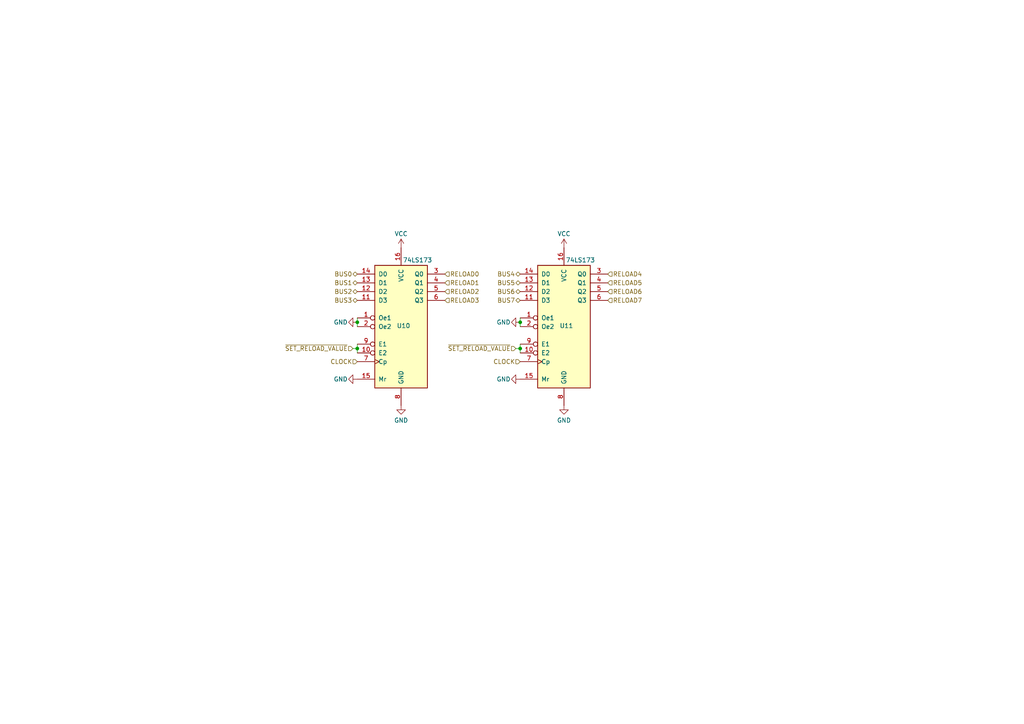
<source format=kicad_sch>
(kicad_sch (version 20211123) (generator eeschema)
  (paper "A4")
  (lib_symbols
    (symbol "74xx:74LS173" (pin_names (offset 1.016))
      (property "Reference" "U" (at -7.62 19.05 0))
      (property "Value" "74LS173" (at -7.62 -19.05 0))
      (symbol "74LS173_1_0"
        (pin input inverted (at -12.7 2.54 0) (length 5.08) (name "Oe1") (number "1"))
        (pin input inverted (at -12.7 -7.62 0) (length 5.08) (name "E2") (number "10"))
        (pin input line (at -12.7 7.62 0) (length 5.08) (name "D3") (number "11"))
        (pin input line (at -12.7 10.16 0) (length 5.08) (name "D2") (number "12"))
        (pin input line (at -12.7 12.7 0) (length 5.08) (name "D1") (number "13"))
        (pin input line (at -12.7 15.24 0) (length 5.08) (name "D0") (number "14"))
        (pin input line (at -12.7 -15.24 0) (length 5.08) (name "Mr") (number "15"))
        (pin power_in line (at 0 22.86 270) (length 5.08) (name "VCC") (number "16"))
        (pin input inverted (at -12.7 0 0) (length 5.08) (name "Oe2") (number "2"))
        (pin tri_state line (at 12.7 15.24 180) (length 5.08) (name "Q0") (number "3"))
        (pin tri_state line (at 12.7 12.7 180) (length 5.08) (name "Q1") (number "4"))
        (pin tri_state line (at 12.7 10.16 180) (length 5.08) (name "Q2") (number "5"))
        (pin tri_state line (at 12.7 7.62 180) (length 5.08) (name "Q3") (number "6"))
        (pin input clock (at -12.7 -10.16 0) (length 5.08) (name "Cp") (number "7"))
        (pin power_in line (at 0 -22.86 90) (length 5.08) (name "GND") (number "8"))
        (pin input inverted (at -12.7 -5.08 0) (length 5.08) (name "E1") (number "9"))
      )
      (symbol "74LS173_1_1"
        (rectangle (start -7.62 17.78) (end 7.62 -17.78) (stroke (width 0.254)) (fill (type background)))
      )
    )
    (symbol "power:GND" (power) (pin_names (offset 0))
      (property "Value" "GND" (at 0 -3.81 0))
      (symbol "GND_0_1"
        (polyline (pts (xy 0 0) (xy 0 -1.27) (xy 1.27 -1.27) (xy 0 -2.54) (xy -1.27 -1.27) (xy 0 -1.27)))
      )
      (symbol "GND_1_1"
        (pin power_in line (at 0 0 270) (length 0) hide (name "GND") (number "1"))
      )
    )
    (symbol "power:VCC" (power) (pin_names (offset 0))
      (property "Value" "VCC" (at 0 3.81 0))
      (symbol "VCC_0_1"
        (polyline (pts (xy -0.762 1.27) (xy 0 2.54)))
        (polyline (pts (xy 0 0) (xy 0 2.54)))
        (polyline (pts (xy 0 2.54) (xy 0.762 1.27)))
      )
      (symbol "VCC_1_1"
        (pin power_in line (at 0 0 90) (length 0) hide (name "VCC") (number "1"))
      )
    )
  )
  (junction (at 103.632 101.092))
  (junction (at 103.632 93.472))
  (junction (at 150.876 93.472))
  (junction (at 150.876 101.092))
  (wire (pts (xy 150.876 99.822) (xy 150.876 101.092)))
  (wire (pts (xy 103.632 93.472) (xy 103.632 94.742)))
  (wire (pts (xy 150.876 92.202) (xy 150.876 93.472)))
  (wire (pts (xy 103.632 99.822) (xy 103.632 101.092)))
  (wire (pts (xy 149.606 101.092) (xy 150.876 101.092)))
  (wire (pts (xy 103.632 92.202) (xy 103.632 93.472)))
  (wire (pts (xy 103.632 101.092) (xy 103.632 102.362)))
  (wire (pts (xy 150.876 101.092) (xy 150.876 102.362)))
  (wire (pts (xy 102.362 101.092) (xy 103.632 101.092)))
  (wire (pts (xy 150.876 93.472) (xy 150.876 94.742)))
  (hierarchical_label "RELOAD1" (shape input) (at 129.032 82.042 0))
  (hierarchical_label "BUS4" (shape tri_state) (at 150.876 79.502 180))
  (hierarchical_label "CLOCK" (shape input) (at 103.632 104.902 180))
  (hierarchical_label "BUS3" (shape tri_state) (at 103.632 87.122 180))
  (hierarchical_label "RELOAD0" (shape input) (at 129.032 79.502 0))
  (hierarchical_label "RELOAD6" (shape input) (at 176.276 84.582 0))
  (hierarchical_label "BUS1" (shape tri_state) (at 103.632 82.042 180))
  (hierarchical_label "RELOAD4" (shape input) (at 176.276 79.502 0))
  (hierarchical_label "RELOAD5" (shape input) (at 176.276 82.042 0))
  (hierarchical_label "~{SET_RELOAD_VALUE}" (shape input) (at 102.362 101.092 180))
  (hierarchical_label "~{SET_RELOAD_VALUE}" (shape input) (at 149.606 101.092 180))
  (hierarchical_label "BUS6" (shape tri_state) (at 150.876 84.582 180))
  (hierarchical_label "CLOCK" (shape input) (at 150.876 104.902 180))
  (hierarchical_label "BUS7" (shape tri_state) (at 150.876 87.122 180))
  (hierarchical_label "RELOAD2" (shape input) (at 129.032 84.582 0))
  (hierarchical_label "RELOAD7" (shape input) (at 176.276 87.122 0))
  (hierarchical_label "BUS0" (shape tri_state) (at 103.632 79.502 180))
  (hierarchical_label "RELOAD3" (shape input) (at 129.032 87.122 0))
  (hierarchical_label "BUS5" (shape tri_state) (at 150.876 82.042 180))
  (hierarchical_label "BUS2" (shape tri_state) (at 103.632 84.582 180))
  (symbol (lib_id "74xx:74LS173") (at 116.332 94.742 0)
    (property "Reference" "U10" (at 115.062 94.488 0) (effects (justify left)))
    (property "Value" "74LS173" (at 116.84 75.438 0) (effects (justify left)))
    (property "Footprint" "Package_SO:SOIC-16_3.9x9.9mm_P1.27mm" (effects hide))
    (property "Datasheet" "http://www.ti.com/lit/gpn/sn74LS173" (effects hide))
  )
  (symbol (lib_id "power:GND") (at 103.632 109.982 270)
    (property "Reference" "#PWR050" (effects hide))
    (property "Value" "GND" (at 98.806 109.982 90))
  )
  (symbol (lib_id "power:GND") (at 150.876 109.982 270)
    (property "Reference" "#PWR054" (effects hide))
    (property "Value" "GND" (at 146.05 109.982 90))
  )
  (symbol (lib_id "74xx:74LS173") (at 163.576 94.742 0)
    (property "Reference" "U11" (at 162.306 94.488 0) (effects (justify left)))
    (property "Value" "74LS173" (at 164.084 75.438 0) (effects (justify left)))
    (property "Footprint" "Package_SO:SOIC-16_3.9x9.9mm_P1.27mm" (effects hide))
    (property "Datasheet" "http://www.ti.com/lit/gpn/sn74LS173" (effects hide))
  )
  (symbol (lib_id "power:GND") (at 150.876 93.472 270)
    (property "Reference" "#PWR053" (effects hide))
    (property "Value" "GND" (at 146.05 93.472 90))
  )
  (symbol (lib_id "power:GND") (at 116.332 117.602 0)
    (property "Reference" "#PWR052" (effects hide))
    (property "Value" "GND" (at 116.332 121.92 0))
  )
  (symbol (lib_id "power:GND") (at 163.576 117.602 0)
    (property "Reference" "#PWR056" (effects hide))
    (property "Value" "GND" (at 163.576 121.92 0))
  )
  (symbol (lib_id "power:VCC") (at 163.576 71.882 0)
    (property "Reference" "#PWR055" (effects hide))
    (property "Value" "VCC" (at 163.576 67.818 0))
  )
  (symbol (lib_id "power:VCC") (at 116.332 71.882 0)
    (property "Reference" "#PWR051" (effects hide))
    (property "Value" "VCC" (at 116.332 67.818 0))
  )
  (symbol (lib_id "power:GND") (at 103.632 93.472 270)
    (property "Reference" "#PWR049" (effects hide))
    (property "Value" "GND" (at 98.806 93.472 90))
  )
)
</source>
